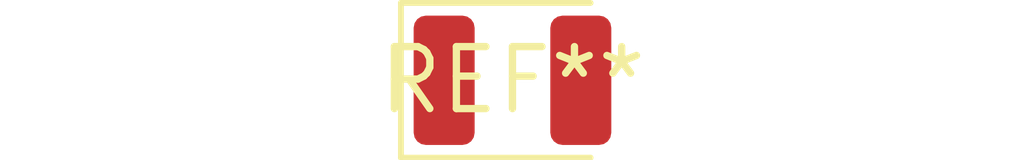
<source format=kicad_pcb>
(kicad_pcb (version 20240108) (generator pcbnew)
  (layers (0 "F.Cu" signal) (31 "B.Cu" signal) (34 "B.Paste" user) (35 "F.Paste" user) (36 "B.SilkS" user "B.Silkscreen") (37 "F.SilkS" user "F.Silkscreen") (38 "B.Mask" user) (39 "F.Mask" user) (44 "Edge.Cuts" user))
  (net 0 "")
  (footprint "LED_1210_3225Metric" (layer "F.Cu") (at 0 0)
    (property "Reference" "REF**")
    (property "Value" "LED_1210_3225Metric")
    (fp_line (start -2.285 -1.585) (end -2.285 1.585) (layer "F.SilkS") (stroke (width 0.12)))
    (fp_line (start -2.285 1.585) (end 1.6 1.585) (layer "F.SilkS") (stroke (width 0.12)))
    (fp_line (start 1.6 -1.585) (end -2.285 -1.585) (layer "F.SilkS") (stroke (width 0.12)))
    (pad "1" smd roundrect (at -1.4 0) (size 1.25 2.65) (layers "F.Cu" "F.Paste" "F.Mask") (roundrect_rratio 0.2))
    (pad "2" smd roundrect (at 1.4 0) (size 1.25 2.65) (layers "F.Cu" "F.Paste" "F.Mask") (roundrect_rratio 0.2))
  )
)
</source>
